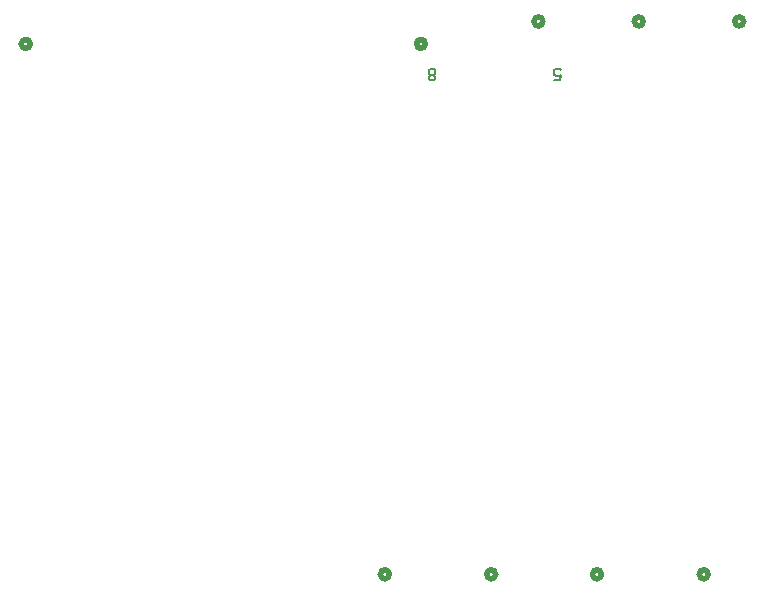
<source format=gbr>
%TF.GenerationSoftware,KiCad,Pcbnew,9.0.6-9.0.6~ubuntu24.04.1*%
%TF.CreationDate,2025-12-27T13:27:05+01:00*%
%TF.ProjectId,controller_board,636f6e74-726f-46c6-9c65-725f626f6172,rev?*%
%TF.SameCoordinates,Original*%
%TF.FileFunction,Legend,Bot*%
%TF.FilePolarity,Positive*%
%FSLAX46Y46*%
G04 Gerber Fmt 4.6, Leading zero omitted, Abs format (unit mm)*
G04 Created by KiCad (PCBNEW 9.0.6-9.0.6~ubuntu24.04.1) date 2025-12-27 13:27:05*
%MOMM*%
%LPD*%
G01*
G04 APERTURE LIST*
%ADD10C,0.150000*%
%ADD11C,0.508000*%
%ADD12C,1.600000*%
%ADD13C,1.168400*%
%ADD14C,1.676400*%
%ADD15R,1.350000X1.350000*%
%ADD16C,1.350000*%
%ADD17C,1.300000*%
%ADD18R,1.070000X1.070000*%
%ADD19C,1.070000*%
%ADD20R,1.600000X1.600000*%
%ADD21O,1.600000X1.600000*%
G04 APERTURE END LIST*
D10*
X116361904Y-71585179D02*
X116838094Y-71585179D01*
X116838094Y-71585179D02*
X116885713Y-71108989D01*
X116885713Y-71108989D02*
X116838094Y-71156608D01*
X116838094Y-71156608D02*
X116742856Y-71204227D01*
X116742856Y-71204227D02*
X116504761Y-71204227D01*
X116504761Y-71204227D02*
X116409523Y-71156608D01*
X116409523Y-71156608D02*
X116361904Y-71108989D01*
X116361904Y-71108989D02*
X116314285Y-71013751D01*
X116314285Y-71013751D02*
X116314285Y-70775656D01*
X116314285Y-70775656D02*
X116361904Y-70680418D01*
X116361904Y-70680418D02*
X116409523Y-70632799D01*
X116409523Y-70632799D02*
X116504761Y-70585179D01*
X116504761Y-70585179D02*
X116742856Y-70585179D01*
X116742856Y-70585179D02*
X116838094Y-70632799D01*
X116838094Y-70632799D02*
X116885713Y-70680418D01*
X106095237Y-71156608D02*
X106190475Y-71204227D01*
X106190475Y-71204227D02*
X106238094Y-71251846D01*
X106238094Y-71251846D02*
X106285713Y-71347084D01*
X106285713Y-71347084D02*
X106285713Y-71394703D01*
X106285713Y-71394703D02*
X106238094Y-71489941D01*
X106238094Y-71489941D02*
X106190475Y-71537560D01*
X106190475Y-71537560D02*
X106095237Y-71585179D01*
X106095237Y-71585179D02*
X105904761Y-71585179D01*
X105904761Y-71585179D02*
X105809523Y-71537560D01*
X105809523Y-71537560D02*
X105761904Y-71489941D01*
X105761904Y-71489941D02*
X105714285Y-71394703D01*
X105714285Y-71394703D02*
X105714285Y-71347084D01*
X105714285Y-71347084D02*
X105761904Y-71251846D01*
X105761904Y-71251846D02*
X105809523Y-71204227D01*
X105809523Y-71204227D02*
X105904761Y-71156608D01*
X105904761Y-71156608D02*
X106095237Y-71156608D01*
X106095237Y-71156608D02*
X106190475Y-71108989D01*
X106190475Y-71108989D02*
X106238094Y-71061370D01*
X106238094Y-71061370D02*
X106285713Y-70966132D01*
X106285713Y-70966132D02*
X106285713Y-70775656D01*
X106285713Y-70775656D02*
X106238094Y-70680418D01*
X106238094Y-70680418D02*
X106190475Y-70632799D01*
X106190475Y-70632799D02*
X106095237Y-70585179D01*
X106095237Y-70585179D02*
X105904761Y-70585179D01*
X105904761Y-70585179D02*
X105809523Y-70632799D01*
X105809523Y-70632799D02*
X105761904Y-70680418D01*
X105761904Y-70680418D02*
X105714285Y-70775656D01*
X105714285Y-70775656D02*
X105714285Y-70966132D01*
X105714285Y-70966132D02*
X105761904Y-71061370D01*
X105761904Y-71061370D02*
X105809523Y-71108989D01*
X105809523Y-71108989D02*
X105904761Y-71156608D01*
D11*
%TO.C,CN5*%
X111381000Y-113405000D02*
G75*
G02*
X110619000Y-113405000I-381000J0D01*
G01*
X110619000Y-113405000D02*
G75*
G02*
X111381000Y-113405000I381000J0D01*
G01*
%TO.C,J5*%
X71975000Y-68500000D02*
G75*
G02*
X71213000Y-68500000I-381000J0D01*
G01*
X71213000Y-68500000D02*
G75*
G02*
X71975000Y-68500000I381000J0D01*
G01*
%TO.C,CN6*%
X115381000Y-66594999D02*
G75*
G02*
X114619000Y-66594999I-381000J0D01*
G01*
X114619000Y-66594999D02*
G75*
G02*
X115381000Y-66594999I381000J0D01*
G01*
%TO.C,CN7*%
X102381000Y-113405000D02*
G75*
G02*
X101619000Y-113405000I-381000J0D01*
G01*
X101619000Y-113405000D02*
G75*
G02*
X102381000Y-113405000I381000J0D01*
G01*
%TO.C,CN4*%
X123881000Y-66594999D02*
G75*
G02*
X123119000Y-66594999I-381000J0D01*
G01*
X123119000Y-66594999D02*
G75*
G02*
X123881000Y-66594999I381000J0D01*
G01*
%TO.C,J4*%
X105437000Y-68500000D02*
G75*
G02*
X104675000Y-68500000I-381000J0D01*
G01*
X104675000Y-68500000D02*
G75*
G02*
X105437000Y-68500000I381000J0D01*
G01*
%TO.C,CN2*%
X132381000Y-66595000D02*
G75*
G02*
X131619000Y-66595000I-381000J0D01*
G01*
X131619000Y-66595000D02*
G75*
G02*
X132381000Y-66595000I381000J0D01*
G01*
%TO.C,CN1*%
X120341000Y-113405000D02*
G75*
G02*
X119579000Y-113405000I-381000J0D01*
G01*
X119579000Y-113405000D02*
G75*
G02*
X120341000Y-113405000I381000J0D01*
G01*
%TO.C,CN3*%
X129381000Y-113405000D02*
G75*
G02*
X128619000Y-113405000I-381000J0D01*
G01*
X128619000Y-113405000D02*
G75*
G02*
X129381000Y-113405000I381000J0D01*
G01*
%TD*%
%LPC*%
D12*
%TO.C,CN5*%
X111000000Y-111500000D03*
X113540000Y-111500000D03*
%TD*%
D13*
%TO.C,U2*%
X134527500Y-104420000D03*
X134527500Y-101880000D03*
X134527500Y-99340000D03*
X134527500Y-96800000D03*
X134527500Y-94260000D03*
X134527500Y-91720000D03*
X134527500Y-89180000D03*
X126272500Y-89180000D03*
X126272500Y-91720000D03*
X126272500Y-94260000D03*
X126272500Y-96800000D03*
X126272500Y-99340000D03*
X126272500Y-101880000D03*
X126272500Y-104420000D03*
%TD*%
D14*
%TO.C,J5*%
X75150000Y-68500000D03*
X77690000Y-68500000D03*
X80230000Y-68500000D03*
X82770000Y-68500000D03*
X85310000Y-68500000D03*
X87850000Y-68500000D03*
X90390000Y-68500000D03*
%TD*%
D12*
%TO.C,CN6*%
X115000000Y-68499999D03*
X112460000Y-68499999D03*
X109920000Y-68499999D03*
X107380000Y-68499999D03*
X115000000Y-71039999D03*
X112460000Y-71039999D03*
X109920000Y-71039999D03*
X107380000Y-71039999D03*
%TD*%
D15*
%TO.C,J2*%
X72000000Y-114000000D03*
D16*
X74000000Y-114000000D03*
X76000000Y-114000000D03*
X78000000Y-114000000D03*
X80000000Y-114000000D03*
X82000000Y-114000000D03*
%TD*%
D17*
%TO.C,REF\u002A\u002A*%
X135800000Y-114800000D03*
%TD*%
D12*
%TO.C,CN7*%
X102000000Y-111500000D03*
X104540000Y-111500000D03*
%TD*%
D18*
%TO.C,IC1*%
X123140000Y-96790000D03*
D19*
X120600000Y-96790000D03*
X118060000Y-96790000D03*
X118060000Y-104410000D03*
X120600000Y-104410000D03*
X123140000Y-104410000D03*
%TD*%
D17*
%TO.C,U3*%
X90000000Y-108000000D03*
X90000000Y-113000000D03*
%TD*%
%TO.C,REF\u002A\u002A*%
X71200000Y-65200000D03*
%TD*%
D12*
%TO.C,CN4*%
X123500000Y-68499999D03*
X120960000Y-68499999D03*
%TD*%
D14*
%TO.C,J4*%
X101500000Y-68500000D03*
X98960000Y-68500000D03*
X96420000Y-68500000D03*
%TD*%
D12*
%TO.C,CN2*%
X132000000Y-68500000D03*
X129460000Y-68500000D03*
%TD*%
%TO.C,CN1*%
X119960000Y-111500000D03*
X122500000Y-111500000D03*
%TD*%
D20*
%TO.C,A1*%
X111400000Y-88260000D03*
D21*
X108860000Y-88260000D03*
X106320000Y-88260000D03*
X103780000Y-88260000D03*
X101240000Y-88260000D03*
X98700000Y-88260000D03*
X96160000Y-88260000D03*
X93620000Y-88260000D03*
X91080000Y-88260000D03*
X88540000Y-88260000D03*
X86000000Y-88260000D03*
X83460000Y-88260000D03*
X80920000Y-88260000D03*
X78380000Y-88260000D03*
X75840000Y-88260000D03*
X75840000Y-103500000D03*
X78380000Y-103500000D03*
X80920000Y-103500000D03*
X83460000Y-103500000D03*
X86000000Y-103500000D03*
X88540000Y-103500000D03*
X91080000Y-103500000D03*
X93620000Y-103500000D03*
X96160000Y-103500000D03*
X98700000Y-103500000D03*
X101240000Y-103500000D03*
X103780000Y-103500000D03*
X106320000Y-103500000D03*
X108860000Y-103500000D03*
X111400000Y-103500000D03*
%TD*%
D12*
%TO.C,CN3*%
X129000000Y-111500000D03*
X131540000Y-111500000D03*
%TD*%
%LPD*%
M02*

</source>
